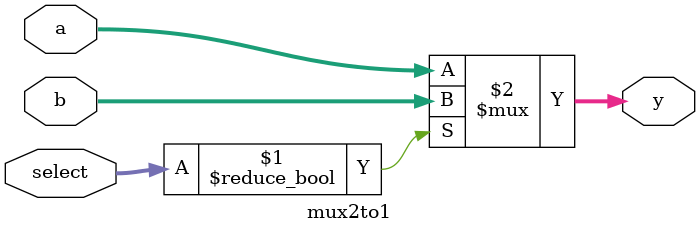
<source format=sv>
module mux2to1 #(
    parameter Width = 8
) (
    input  logic [Width-1:0] a,
    b,
    select,
    output logic [Width-1:0] y
);
  assign y = select ? b : a;
endmodule

</source>
